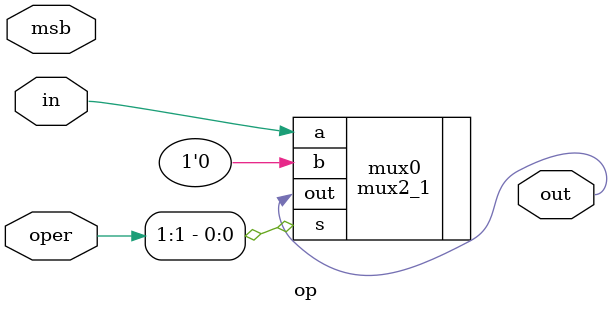
<source format=v>
module op(msb, in, oper, out);

	input [1:0] oper;
	input 		msb;
	input       in;

	output      out;

	mux2_1 mux0(.a(in), .b(1'b0), .s(oper[1]), .out(out));

endmodule

</source>
